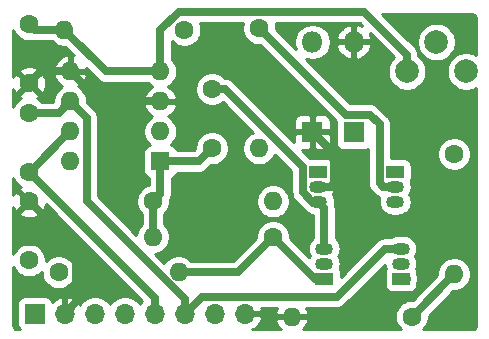
<source format=gtl>
%TF.GenerationSoftware,KiCad,Pcbnew,(5.1.8-0-10_14)*%
%TF.CreationDate,2021-06-26T19:26:30+01:00*%
%TF.ProjectId,serge-gain-cell,73657267-652d-4676-9169-6e2d63656c6c,rev?*%
%TF.SameCoordinates,Original*%
%TF.FileFunction,Copper,L1,Top*%
%TF.FilePolarity,Positive*%
%FSLAX46Y46*%
G04 Gerber Fmt 4.6, Leading zero omitted, Abs format (unit mm)*
G04 Created by KiCad (PCBNEW (5.1.8-0-10_14)) date 2021-06-26 19:26:30*
%MOMM*%
%LPD*%
G01*
G04 APERTURE LIST*
%TA.AperFunction,ComponentPad*%
%ADD10C,1.600000*%
%TD*%
%TA.AperFunction,ComponentPad*%
%ADD11O,1.600000X1.600000*%
%TD*%
%TA.AperFunction,ComponentPad*%
%ADD12R,1.800000X1.800000*%
%TD*%
%TA.AperFunction,ComponentPad*%
%ADD13O,1.800000X1.800000*%
%TD*%
%TA.AperFunction,ComponentPad*%
%ADD14O,1.700000X1.700000*%
%TD*%
%TA.AperFunction,ComponentPad*%
%ADD15R,1.700000X1.700000*%
%TD*%
%TA.AperFunction,ComponentPad*%
%ADD16O,1.500000X1.050000*%
%TD*%
%TA.AperFunction,ComponentPad*%
%ADD17R,1.500000X1.050000*%
%TD*%
%TA.AperFunction,ComponentPad*%
%ADD18C,2.000000*%
%TD*%
%TA.AperFunction,ComponentPad*%
%ADD19R,1.600000X1.600000*%
%TD*%
%TA.AperFunction,ViaPad*%
%ADD20C,0.762000*%
%TD*%
%TA.AperFunction,Conductor*%
%ADD21C,0.635000*%
%TD*%
%TA.AperFunction,Conductor*%
%ADD22C,0.254000*%
%TD*%
%TA.AperFunction,Conductor*%
%ADD23C,0.100000*%
%TD*%
G04 APERTURE END LIST*
D10*
%TO.P,R7,1*%
%TO.N,Net-(Q2-Pad2)*%
X158410000Y-79750000D03*
D11*
%TO.P,R7,2*%
%TO.N,GNDREF*%
X148250000Y-79750000D03*
%TD*%
D10*
%TO.P,C1,1*%
%TO.N,Net-(C1-Pad1)*%
X141500000Y-65500000D03*
%TO.P,C1,2*%
%TO.N,/In*%
X141500000Y-60500000D03*
%TD*%
%TO.P,C2,2*%
%TO.N,/FB*%
X126000000Y-62500000D03*
%TO.P,C2,1*%
%TO.N,/Out*%
X126000000Y-67500000D03*
%TD*%
%TO.P,C3,1*%
%TO.N,GNDREF*%
X126000000Y-70000000D03*
%TO.P,C3,2*%
%TO.N,+12V*%
X126000000Y-75000000D03*
%TD*%
%TO.P,C4,2*%
%TO.N,GNDREF*%
X126000000Y-60000000D03*
%TO.P,C4,1*%
%TO.N,-12V*%
X126000000Y-55000000D03*
%TD*%
D12*
%TO.P,D1,1*%
%TO.N,Net-(D1-Pad1)*%
X153500000Y-64120000D03*
D13*
%TO.P,D1,2*%
%TO.N,GNDREF*%
X153500000Y-56500000D03*
%TD*%
%TO.P,D2,2*%
%TO.N,Net-(D2-Pad2)*%
X150000000Y-56500000D03*
D12*
%TO.P,D2,1*%
%TO.N,GNDREF*%
X150000000Y-64120000D03*
%TD*%
D14*
%TO.P,J1,8*%
%TO.N,GNDREF*%
X144280000Y-79500000D03*
%TO.P,J1,7*%
%TO.N,/CV*%
X141740000Y-79500000D03*
%TO.P,J1,6*%
%TO.N,/FB*%
X139200000Y-79500000D03*
%TO.P,J1,5*%
%TO.N,/Out*%
X136660000Y-79500000D03*
%TO.P,J1,4*%
%TO.N,/In*%
X134120000Y-79500000D03*
%TO.P,J1,3*%
%TO.N,-12V*%
X131580000Y-79500000D03*
%TO.P,J1,2*%
%TO.N,GNDREF*%
X129040000Y-79500000D03*
D15*
%TO.P,J1,1*%
%TO.N,+12V*%
X126500000Y-79500000D03*
%TD*%
D16*
%TO.P,Q3,2*%
%TO.N,GNDREF*%
X150500000Y-68770000D03*
%TO.P,Q3,3*%
%TO.N,/In*%
X150500000Y-70040000D03*
D17*
%TO.P,Q3,1*%
%TO.N,Net-(D2-Pad2)*%
X150500000Y-67500000D03*
%TD*%
D16*
%TO.P,Q1,2*%
%TO.N,Net-(Q1-Pad2)*%
X151000000Y-75270000D03*
%TO.P,Q1,3*%
%TO.N,/In*%
X151000000Y-74000000D03*
D17*
%TO.P,Q1,1*%
%TO.N,Net-(D1-Pad1)*%
X151000000Y-76540000D03*
%TD*%
D16*
%TO.P,Q4,2*%
%TO.N,Net-(Q1-Pad2)*%
X157000000Y-68770000D03*
%TO.P,Q4,3*%
%TO.N,/FB*%
X157000000Y-70040000D03*
D17*
%TO.P,Q4,1*%
%TO.N,Net-(D2-Pad2)*%
X157000000Y-67500000D03*
%TD*%
D16*
%TO.P,Q2,2*%
%TO.N,Net-(Q2-Pad2)*%
X157500000Y-75270000D03*
%TO.P,Q2,3*%
%TO.N,/FB*%
X157500000Y-74000000D03*
D17*
%TO.P,Q2,1*%
%TO.N,Net-(D1-Pad1)*%
X157500000Y-76540000D03*
%TD*%
D10*
%TO.P,R1,1*%
%TO.N,Net-(D1-Pad1)*%
X146660000Y-73000000D03*
D11*
%TO.P,R1,2*%
%TO.N,Net-(C1-Pad1)*%
X136500000Y-73000000D03*
%TD*%
%TO.P,R2,2*%
%TO.N,Net-(D2-Pad2)*%
X146660000Y-70000000D03*
D10*
%TO.P,R2,1*%
%TO.N,Net-(C1-Pad1)*%
X136500000Y-70000000D03*
%TD*%
%TO.P,R3,1*%
%TO.N,+12V*%
X128500000Y-76000000D03*
D11*
%TO.P,R3,2*%
%TO.N,Net-(D1-Pad1)*%
X138660000Y-76000000D03*
%TD*%
%TO.P,R4,2*%
%TO.N,-12V*%
X129000000Y-55500000D03*
D10*
%TO.P,R4,1*%
%TO.N,Net-(D2-Pad2)*%
X139160000Y-55500000D03*
%TD*%
%TO.P,R5,1*%
%TO.N,Net-(Q1-Pad2)*%
X145500000Y-55340000D03*
D11*
%TO.P,R5,2*%
%TO.N,/CV*%
X145500000Y-65500000D03*
%TD*%
%TO.P,R6,2*%
%TO.N,Net-(Q2-Pad2)*%
X162000000Y-76160000D03*
D10*
%TO.P,R6,1*%
%TO.N,Net-(R6-Pad1)*%
X162000000Y-66000000D03*
%TD*%
D18*
%TO.P,RV1,2*%
%TO.N,Net-(R6-Pad1)*%
X160500000Y-56500000D03*
%TO.P,RV1,1*%
%TO.N,-12V*%
X158000000Y-59000000D03*
%TO.P,RV1,3*%
%TO.N,+12V*%
X163000000Y-59000000D03*
%TD*%
D19*
%TO.P,U1,1*%
%TO.N,Net-(C1-Pad1)*%
X137120000Y-66620000D03*
D11*
%TO.P,U1,5*%
%TO.N,GNDREF*%
X129500000Y-59000000D03*
%TO.P,U1,2*%
%TO.N,/In*%
X137120000Y-64080000D03*
%TO.P,U1,6*%
%TO.N,/FB*%
X129500000Y-61540000D03*
%TO.P,U1,3*%
%TO.N,GNDREF*%
X137120000Y-61540000D03*
%TO.P,U1,7*%
%TO.N,/Out*%
X129500000Y-64080000D03*
%TO.P,U1,4*%
%TO.N,-12V*%
X137120000Y-59000000D03*
%TO.P,U1,8*%
%TO.N,+12V*%
X129500000Y-66620000D03*
%TD*%
D20*
%TO.N,GNDREF*%
X131824001Y-61500000D03*
%TD*%
D21*
%TO.N,Net-(C1-Pad1)*%
X140380000Y-66620000D02*
X141500000Y-65500000D01*
X137120000Y-66620000D02*
X140380000Y-66620000D01*
X137500000Y-67000000D02*
X137120000Y-66620000D01*
X137120000Y-69380000D02*
X136500000Y-70000000D01*
X137120000Y-66620000D02*
X137120000Y-69380000D01*
X136500000Y-70000000D02*
X136500000Y-73000000D01*
%TO.N,/In*%
X151000000Y-70540000D02*
X150500000Y-70040000D01*
X151000000Y-74000000D02*
X151000000Y-70540000D01*
X149178490Y-67047120D02*
X149178490Y-69224189D01*
X149994301Y-70040000D02*
X150500000Y-70040000D01*
X142631370Y-60500000D02*
X149178490Y-67047120D01*
X149178490Y-69224189D02*
X149994301Y-70040000D01*
X141500000Y-60500000D02*
X142631370Y-60500000D01*
%TO.N,/FB*%
X128540000Y-62500000D02*
X129500000Y-61540000D01*
X126000000Y-62500000D02*
X128540000Y-62500000D01*
X130871501Y-69969420D02*
X139200000Y-78297919D01*
X130871501Y-62911501D02*
X130871501Y-69969420D01*
X139200000Y-78297919D02*
X139200000Y-79500000D01*
X129500000Y-61540000D02*
X130871501Y-62911501D01*
X140621501Y-78078499D02*
X139200000Y-79500000D01*
X156115000Y-74000000D02*
X157500000Y-74000000D01*
X152036501Y-78078499D02*
X156115000Y-74000000D01*
X140621501Y-78078499D02*
X152036501Y-78078499D01*
%TO.N,/Out*%
X126080000Y-67500000D02*
X129500000Y-64080000D01*
X126000000Y-67500000D02*
X126080000Y-67500000D01*
X136660000Y-78160000D02*
X136660000Y-79500000D01*
X126000000Y-67500000D02*
X136660000Y-78160000D01*
%TO.N,GNDREF*%
X137080000Y-61500000D02*
X137120000Y-61540000D01*
X131824001Y-61500000D02*
X137080000Y-61500000D01*
X131824001Y-61324001D02*
X129500000Y-59000000D01*
X131824001Y-61500000D02*
X131824001Y-61324001D01*
X127000000Y-59000000D02*
X126000000Y-60000000D01*
X129500000Y-59000000D02*
X127000000Y-59000000D01*
X126000000Y-70000000D02*
X130000000Y-74000000D01*
X130000000Y-78540000D02*
X129040000Y-79500000D01*
X130000000Y-74000000D02*
X130000000Y-78540000D01*
X150500000Y-68770000D02*
X151533702Y-68770000D01*
X151533702Y-68770000D02*
X151821501Y-68482201D01*
X151821501Y-68482201D02*
X151821501Y-65941501D01*
X151821501Y-65941501D02*
X150000000Y-64120000D01*
%TO.N,-12V*%
X132500000Y-59000000D02*
X129000000Y-55500000D01*
X137120000Y-59000000D02*
X132500000Y-59000000D01*
X126500000Y-55500000D02*
X126000000Y-55000000D01*
X129000000Y-55500000D02*
X126500000Y-55500000D01*
X158000000Y-57585787D02*
X158000000Y-59000000D01*
X154382712Y-53968499D02*
X158000000Y-57585787D01*
X138661679Y-53968499D02*
X154382712Y-53968499D01*
X137120000Y-55510178D02*
X138661679Y-53968499D01*
X137120000Y-59000000D02*
X137120000Y-55510178D01*
%TO.N,Net-(D1-Pad1)*%
X143660000Y-76000000D02*
X146660000Y-73000000D01*
X138660000Y-76000000D02*
X143660000Y-76000000D01*
X150200000Y-76540000D02*
X151000000Y-76540000D01*
X146660000Y-73000000D02*
X150200000Y-76540000D01*
X158005699Y-76540000D02*
X157500000Y-76540000D01*
%TO.N,Net-(Q2-Pad2)*%
X162000000Y-76160000D02*
X158410000Y-79750000D01*
%TO.N,Net-(Q1-Pad2)*%
X155966298Y-68770000D02*
X157000000Y-68770000D01*
X155678499Y-63469797D02*
X155678499Y-68482201D01*
X154857201Y-62648499D02*
X155678499Y-63469797D01*
X152808499Y-62648499D02*
X154857201Y-62648499D01*
X155678499Y-68482201D02*
X155966298Y-68770000D01*
X145500000Y-55340000D02*
X152808499Y-62648499D01*
%TD*%
D22*
%TO.N,GNDREF*%
X163565424Y-54169580D02*
X163628356Y-54188580D01*
X163686405Y-54219445D01*
X163737343Y-54260989D01*
X163779248Y-54311644D01*
X163810515Y-54369471D01*
X163829956Y-54432272D01*
X163840000Y-54527835D01*
X163840000Y-57594873D01*
X163774463Y-57551082D01*
X163476912Y-57427832D01*
X163161033Y-57365000D01*
X162838967Y-57365000D01*
X162523088Y-57427832D01*
X162225537Y-57551082D01*
X161957748Y-57730013D01*
X161730013Y-57957748D01*
X161551082Y-58225537D01*
X161427832Y-58523088D01*
X161365000Y-58838967D01*
X161365000Y-59161033D01*
X161427832Y-59476912D01*
X161551082Y-59774463D01*
X161730013Y-60042252D01*
X161957748Y-60269987D01*
X162225537Y-60448918D01*
X162523088Y-60572168D01*
X162838967Y-60635000D01*
X163161033Y-60635000D01*
X163476912Y-60572168D01*
X163774463Y-60448918D01*
X163840000Y-60405127D01*
X163840001Y-80467711D01*
X163830420Y-80565424D01*
X163811420Y-80628357D01*
X163780554Y-80686406D01*
X163739011Y-80737343D01*
X163688356Y-80779248D01*
X163630529Y-80810515D01*
X163567728Y-80829956D01*
X163472165Y-80840000D01*
X159349396Y-80840000D01*
X159524637Y-80664759D01*
X159681680Y-80429727D01*
X159789853Y-80168574D01*
X159845000Y-79891335D01*
X159845000Y-79662038D01*
X161912038Y-77595000D01*
X162141335Y-77595000D01*
X162418574Y-77539853D01*
X162679727Y-77431680D01*
X162914759Y-77274637D01*
X163114637Y-77074759D01*
X163271680Y-76839727D01*
X163379853Y-76578574D01*
X163435000Y-76301335D01*
X163435000Y-76018665D01*
X163379853Y-75741426D01*
X163271680Y-75480273D01*
X163114637Y-75245241D01*
X162914759Y-75045363D01*
X162679727Y-74888320D01*
X162418574Y-74780147D01*
X162141335Y-74725000D01*
X161858665Y-74725000D01*
X161581426Y-74780147D01*
X161320273Y-74888320D01*
X161085241Y-75045363D01*
X160885363Y-75245241D01*
X160728320Y-75480273D01*
X160620147Y-75741426D01*
X160565000Y-76018665D01*
X160565000Y-76247962D01*
X158497962Y-78315000D01*
X158268665Y-78315000D01*
X157991426Y-78370147D01*
X157730273Y-78478320D01*
X157495241Y-78635363D01*
X157295363Y-78835241D01*
X157138320Y-79070273D01*
X157030147Y-79331426D01*
X156975000Y-79608665D01*
X156975000Y-79891335D01*
X157030147Y-80168574D01*
X157138320Y-80429727D01*
X157295363Y-80664759D01*
X157470604Y-80840000D01*
X149173926Y-80840000D01*
X149313519Y-80713414D01*
X149481037Y-80487420D01*
X149601246Y-80233087D01*
X149641904Y-80099039D01*
X149519915Y-79877000D01*
X148377000Y-79877000D01*
X148377000Y-79897000D01*
X148123000Y-79897000D01*
X148123000Y-79877000D01*
X146980085Y-79877000D01*
X146858096Y-80099039D01*
X146898754Y-80233087D01*
X147018963Y-80487420D01*
X147186481Y-80713414D01*
X147326074Y-80840000D01*
X144903402Y-80840000D01*
X145046920Y-80771641D01*
X145280269Y-80597588D01*
X145475178Y-80381355D01*
X145624157Y-80131252D01*
X145721481Y-79856891D01*
X145600814Y-79627000D01*
X144407000Y-79627000D01*
X144407000Y-79647000D01*
X144153000Y-79647000D01*
X144153000Y-79627000D01*
X144133000Y-79627000D01*
X144133000Y-79373000D01*
X144153000Y-79373000D01*
X144153000Y-79353000D01*
X144407000Y-79353000D01*
X144407000Y-79373000D01*
X145600814Y-79373000D01*
X145721481Y-79143109D01*
X145681712Y-79030999D01*
X147010257Y-79030999D01*
X146898754Y-79266913D01*
X146858096Y-79400961D01*
X146980085Y-79623000D01*
X148123000Y-79623000D01*
X148123000Y-79603000D01*
X148377000Y-79603000D01*
X148377000Y-79623000D01*
X149519915Y-79623000D01*
X149641904Y-79400961D01*
X149601246Y-79266913D01*
X149489743Y-79030999D01*
X151989716Y-79030999D01*
X152036501Y-79035607D01*
X152083286Y-79030999D01*
X152223224Y-79017216D01*
X152402770Y-78962751D01*
X152568242Y-78874305D01*
X152713279Y-78755277D01*
X152743108Y-78718930D01*
X156116798Y-75345240D01*
X156131785Y-75497400D01*
X156195093Y-75706098D01*
X156160498Y-75770820D01*
X156124188Y-75890518D01*
X156111928Y-76015000D01*
X156111928Y-77065000D01*
X156124188Y-77189482D01*
X156160498Y-77309180D01*
X156219463Y-77419494D01*
X156298815Y-77516185D01*
X156395506Y-77595537D01*
X156505820Y-77654502D01*
X156625518Y-77690812D01*
X156750000Y-77703072D01*
X158250000Y-77703072D01*
X158374482Y-77690812D01*
X158494180Y-77654502D01*
X158604494Y-77595537D01*
X158701185Y-77516185D01*
X158780537Y-77419494D01*
X158839502Y-77309180D01*
X158875812Y-77189482D01*
X158888072Y-77065000D01*
X158888072Y-76909784D01*
X158889951Y-76906269D01*
X158944416Y-76726723D01*
X158962807Y-76540000D01*
X158944416Y-76353277D01*
X158889951Y-76173731D01*
X158888072Y-76170216D01*
X158888072Y-76015000D01*
X158875812Y-75890518D01*
X158839502Y-75770820D01*
X158804907Y-75706098D01*
X158868215Y-75497400D01*
X158890612Y-75270000D01*
X158868215Y-75042600D01*
X158801885Y-74823940D01*
X158700895Y-74635000D01*
X158801885Y-74446060D01*
X158868215Y-74227400D01*
X158890612Y-74000000D01*
X158868215Y-73772600D01*
X158801885Y-73553940D01*
X158694171Y-73352421D01*
X158549212Y-73175788D01*
X158372579Y-73030829D01*
X158171060Y-72923115D01*
X157952400Y-72856785D01*
X157781979Y-72840000D01*
X157218021Y-72840000D01*
X157047600Y-72856785D01*
X156828940Y-72923115D01*
X156627421Y-73030829D01*
X156607107Y-73047500D01*
X156161785Y-73047500D01*
X156115000Y-73042892D01*
X156068215Y-73047500D01*
X155928277Y-73061283D01*
X155838504Y-73088515D01*
X155748730Y-73115748D01*
X155665995Y-73159971D01*
X155583259Y-73204194D01*
X155438222Y-73323222D01*
X155408393Y-73359569D01*
X152388072Y-76379890D01*
X152388072Y-76015000D01*
X152375812Y-75890518D01*
X152339502Y-75770820D01*
X152304907Y-75706098D01*
X152368215Y-75497400D01*
X152390612Y-75270000D01*
X152368215Y-75042600D01*
X152301885Y-74823940D01*
X152200895Y-74635000D01*
X152301885Y-74446060D01*
X152368215Y-74227400D01*
X152390612Y-74000000D01*
X152368215Y-73772600D01*
X152301885Y-73553940D01*
X152194171Y-73352421D01*
X152049212Y-73175788D01*
X151952500Y-73096418D01*
X151952500Y-70586785D01*
X151957108Y-70540000D01*
X151938717Y-70353278D01*
X151933382Y-70335689D01*
X151886034Y-70179605D01*
X151884252Y-70173730D01*
X151878501Y-70162970D01*
X151890612Y-70040000D01*
X151868215Y-69812600D01*
X151801885Y-69593940D01*
X151701071Y-69405331D01*
X151742275Y-69346882D01*
X151835272Y-69137337D01*
X151843964Y-69075810D01*
X151718163Y-68897000D01*
X150953109Y-68897000D01*
X150952400Y-68896785D01*
X150781979Y-68880000D01*
X150353000Y-68880000D01*
X150353000Y-68663072D01*
X151250000Y-68663072D01*
X151374482Y-68650812D01*
X151400235Y-68643000D01*
X151718163Y-68643000D01*
X151843964Y-68464190D01*
X151835272Y-68402663D01*
X151804824Y-68334057D01*
X151839502Y-68269180D01*
X151875812Y-68149482D01*
X151888072Y-68025000D01*
X151888072Y-66975000D01*
X151875812Y-66850518D01*
X151839502Y-66730820D01*
X151780537Y-66620506D01*
X151701185Y-66523815D01*
X151604494Y-66444463D01*
X151494180Y-66385498D01*
X151374482Y-66349188D01*
X151250000Y-66336928D01*
X149815337Y-66336928D01*
X149136299Y-65657890D01*
X149714250Y-65655000D01*
X149873000Y-65496250D01*
X149873000Y-64247000D01*
X150127000Y-64247000D01*
X150127000Y-65496250D01*
X150285750Y-65655000D01*
X150900000Y-65658072D01*
X151024482Y-65645812D01*
X151144180Y-65609502D01*
X151254494Y-65550537D01*
X151351185Y-65471185D01*
X151430537Y-65374494D01*
X151489502Y-65264180D01*
X151525812Y-65144482D01*
X151538072Y-65020000D01*
X151535000Y-64405750D01*
X151376250Y-64247000D01*
X150127000Y-64247000D01*
X149873000Y-64247000D01*
X148623750Y-64247000D01*
X148465000Y-64405750D01*
X148462110Y-64983701D01*
X146698409Y-63220000D01*
X148461928Y-63220000D01*
X148465000Y-63834250D01*
X148623750Y-63993000D01*
X149873000Y-63993000D01*
X149873000Y-62743750D01*
X150127000Y-62743750D01*
X150127000Y-63993000D01*
X151376250Y-63993000D01*
X151535000Y-63834250D01*
X151538072Y-63220000D01*
X151525812Y-63095518D01*
X151489502Y-62975820D01*
X151430537Y-62865506D01*
X151351185Y-62768815D01*
X151254494Y-62689463D01*
X151144180Y-62630498D01*
X151024482Y-62594188D01*
X150900000Y-62581928D01*
X150285750Y-62585000D01*
X150127000Y-62743750D01*
X149873000Y-62743750D01*
X149714250Y-62585000D01*
X149100000Y-62581928D01*
X148975518Y-62594188D01*
X148855820Y-62630498D01*
X148745506Y-62689463D01*
X148648815Y-62768815D01*
X148569463Y-62865506D01*
X148510498Y-62975820D01*
X148474188Y-63095518D01*
X148461928Y-63220000D01*
X146698409Y-63220000D01*
X143337977Y-59859569D01*
X143308148Y-59823222D01*
X143163111Y-59704194D01*
X142997639Y-59615748D01*
X142818093Y-59561283D01*
X142678155Y-59547500D01*
X142631370Y-59542892D01*
X142584585Y-59547500D01*
X142576896Y-59547500D01*
X142414759Y-59385363D01*
X142179727Y-59228320D01*
X141918574Y-59120147D01*
X141641335Y-59065000D01*
X141358665Y-59065000D01*
X141081426Y-59120147D01*
X140820273Y-59228320D01*
X140585241Y-59385363D01*
X140385363Y-59585241D01*
X140228320Y-59820273D01*
X140120147Y-60081426D01*
X140065000Y-60358665D01*
X140065000Y-60641335D01*
X140120147Y-60918574D01*
X140228320Y-61179727D01*
X140385363Y-61414759D01*
X140585241Y-61614637D01*
X140820273Y-61771680D01*
X141081426Y-61879853D01*
X141358665Y-61935000D01*
X141641335Y-61935000D01*
X141918574Y-61879853D01*
X142179727Y-61771680D01*
X142405294Y-61620962D01*
X144956305Y-64171974D01*
X144820273Y-64228320D01*
X144585241Y-64385363D01*
X144385363Y-64585241D01*
X144228320Y-64820273D01*
X144120147Y-65081426D01*
X144065000Y-65358665D01*
X144065000Y-65641335D01*
X144120147Y-65918574D01*
X144228320Y-66179727D01*
X144385363Y-66414759D01*
X144585241Y-66614637D01*
X144820273Y-66771680D01*
X145081426Y-66879853D01*
X145358665Y-66935000D01*
X145641335Y-66935000D01*
X145918574Y-66879853D01*
X146179727Y-66771680D01*
X146414759Y-66614637D01*
X146614637Y-66414759D01*
X146771680Y-66179727D01*
X146828026Y-66043695D01*
X148225990Y-67441659D01*
X148225991Y-69177395D01*
X148221382Y-69224189D01*
X148239773Y-69410911D01*
X148294239Y-69590458D01*
X148377522Y-69746270D01*
X148382685Y-69755930D01*
X148501713Y-69900967D01*
X148538054Y-69930791D01*
X149287698Y-70680436D01*
X149317523Y-70716778D01*
X149355101Y-70747618D01*
X149450788Y-70864212D01*
X149627421Y-71009171D01*
X149828940Y-71116885D01*
X150047501Y-71183185D01*
X150047500Y-73096418D01*
X149950788Y-73175788D01*
X149805829Y-73352421D01*
X149698115Y-73553940D01*
X149631785Y-73772600D01*
X149609388Y-74000000D01*
X149631785Y-74227400D01*
X149698115Y-74446060D01*
X149799105Y-74635000D01*
X149744395Y-74737356D01*
X148095000Y-73087962D01*
X148095000Y-72858665D01*
X148039853Y-72581426D01*
X147931680Y-72320273D01*
X147774637Y-72085241D01*
X147574759Y-71885363D01*
X147339727Y-71728320D01*
X147078574Y-71620147D01*
X146801335Y-71565000D01*
X146518665Y-71565000D01*
X146241426Y-71620147D01*
X145980273Y-71728320D01*
X145745241Y-71885363D01*
X145545363Y-72085241D01*
X145388320Y-72320273D01*
X145280147Y-72581426D01*
X145225000Y-72858665D01*
X145225000Y-73087962D01*
X143265462Y-75047500D01*
X139736896Y-75047500D01*
X139574759Y-74885363D01*
X139339727Y-74728320D01*
X139078574Y-74620147D01*
X138801335Y-74565000D01*
X138518665Y-74565000D01*
X138241426Y-74620147D01*
X137980273Y-74728320D01*
X137745241Y-74885363D01*
X137545363Y-75085241D01*
X137460847Y-75211728D01*
X136677021Y-74427901D01*
X136918574Y-74379853D01*
X137179727Y-74271680D01*
X137414759Y-74114637D01*
X137614637Y-73914759D01*
X137771680Y-73679727D01*
X137879853Y-73418574D01*
X137935000Y-73141335D01*
X137935000Y-72858665D01*
X137879853Y-72581426D01*
X137771680Y-72320273D01*
X137614637Y-72085241D01*
X137452500Y-71923104D01*
X137452500Y-71076896D01*
X137614637Y-70914759D01*
X137771680Y-70679727D01*
X137879853Y-70418574D01*
X137935000Y-70141335D01*
X137935000Y-69875831D01*
X137944175Y-69858665D01*
X145225000Y-69858665D01*
X145225000Y-70141335D01*
X145280147Y-70418574D01*
X145388320Y-70679727D01*
X145545363Y-70914759D01*
X145745241Y-71114637D01*
X145980273Y-71271680D01*
X146241426Y-71379853D01*
X146518665Y-71435000D01*
X146801335Y-71435000D01*
X147078574Y-71379853D01*
X147339727Y-71271680D01*
X147574759Y-71114637D01*
X147774637Y-70914759D01*
X147931680Y-70679727D01*
X148039853Y-70418574D01*
X148095000Y-70141335D01*
X148095000Y-69858665D01*
X148039853Y-69581426D01*
X147931680Y-69320273D01*
X147774637Y-69085241D01*
X147574759Y-68885363D01*
X147339727Y-68728320D01*
X147078574Y-68620147D01*
X146801335Y-68565000D01*
X146518665Y-68565000D01*
X146241426Y-68620147D01*
X145980273Y-68728320D01*
X145745241Y-68885363D01*
X145545363Y-69085241D01*
X145388320Y-69320273D01*
X145280147Y-69581426D01*
X145225000Y-69858665D01*
X137944175Y-69858665D01*
X138004252Y-69746269D01*
X138058717Y-69566723D01*
X138070531Y-69446777D01*
X138077108Y-69380001D01*
X138072500Y-69333216D01*
X138072500Y-68037313D01*
X138164180Y-68009502D01*
X138274494Y-67950537D01*
X138371185Y-67871185D01*
X138450537Y-67774494D01*
X138509502Y-67664180D01*
X138537313Y-67572500D01*
X140333215Y-67572500D01*
X140380000Y-67577108D01*
X140426785Y-67572500D01*
X140566723Y-67558717D01*
X140746269Y-67504252D01*
X140911741Y-67415806D01*
X141056778Y-67296778D01*
X141086607Y-67260431D01*
X141412038Y-66935000D01*
X141641335Y-66935000D01*
X141918574Y-66879853D01*
X142179727Y-66771680D01*
X142414759Y-66614637D01*
X142614637Y-66414759D01*
X142771680Y-66179727D01*
X142879853Y-65918574D01*
X142935000Y-65641335D01*
X142935000Y-65358665D01*
X142879853Y-65081426D01*
X142771680Y-64820273D01*
X142614637Y-64585241D01*
X142414759Y-64385363D01*
X142179727Y-64228320D01*
X141918574Y-64120147D01*
X141641335Y-64065000D01*
X141358665Y-64065000D01*
X141081426Y-64120147D01*
X140820273Y-64228320D01*
X140585241Y-64385363D01*
X140385363Y-64585241D01*
X140228320Y-64820273D01*
X140120147Y-65081426D01*
X140065000Y-65358665D01*
X140065000Y-65587962D01*
X139985462Y-65667500D01*
X138537313Y-65667500D01*
X138509502Y-65575820D01*
X138450537Y-65465506D01*
X138371185Y-65368815D01*
X138274494Y-65289463D01*
X138164180Y-65230498D01*
X138044482Y-65194188D01*
X138036039Y-65193357D01*
X138234637Y-64994759D01*
X138391680Y-64759727D01*
X138499853Y-64498574D01*
X138555000Y-64221335D01*
X138555000Y-63938665D01*
X138499853Y-63661426D01*
X138391680Y-63400273D01*
X138234637Y-63165241D01*
X138034759Y-62965363D01*
X137799727Y-62808320D01*
X137789135Y-62803933D01*
X137975131Y-62692385D01*
X138183519Y-62503414D01*
X138351037Y-62277420D01*
X138471246Y-62023087D01*
X138511904Y-61889039D01*
X138389915Y-61667000D01*
X137247000Y-61667000D01*
X137247000Y-61687000D01*
X136993000Y-61687000D01*
X136993000Y-61667000D01*
X135850085Y-61667000D01*
X135728096Y-61889039D01*
X135768754Y-62023087D01*
X135888963Y-62277420D01*
X136056481Y-62503414D01*
X136264869Y-62692385D01*
X136450865Y-62803933D01*
X136440273Y-62808320D01*
X136205241Y-62965363D01*
X136005363Y-63165241D01*
X135848320Y-63400273D01*
X135740147Y-63661426D01*
X135685000Y-63938665D01*
X135685000Y-64221335D01*
X135740147Y-64498574D01*
X135848320Y-64759727D01*
X136005363Y-64994759D01*
X136203961Y-65193357D01*
X136195518Y-65194188D01*
X136075820Y-65230498D01*
X135965506Y-65289463D01*
X135868815Y-65368815D01*
X135789463Y-65465506D01*
X135730498Y-65575820D01*
X135694188Y-65695518D01*
X135681928Y-65820000D01*
X135681928Y-67420000D01*
X135694188Y-67544482D01*
X135730498Y-67664180D01*
X135789463Y-67774494D01*
X135868815Y-67871185D01*
X135965506Y-67950537D01*
X136075820Y-68009502D01*
X136167501Y-68037313D01*
X136167501Y-68603025D01*
X136081426Y-68620147D01*
X135820273Y-68728320D01*
X135585241Y-68885363D01*
X135385363Y-69085241D01*
X135228320Y-69320273D01*
X135120147Y-69581426D01*
X135065000Y-69858665D01*
X135065000Y-70141335D01*
X135120147Y-70418574D01*
X135228320Y-70679727D01*
X135385363Y-70914759D01*
X135547500Y-71076896D01*
X135547501Y-71923103D01*
X135385363Y-72085241D01*
X135228320Y-72320273D01*
X135120147Y-72581426D01*
X135072098Y-72822979D01*
X131824001Y-69574882D01*
X131824001Y-62958285D01*
X131828609Y-62911500D01*
X131810218Y-62724778D01*
X131787079Y-62648499D01*
X131755753Y-62545232D01*
X131667307Y-62379760D01*
X131548279Y-62234723D01*
X131511932Y-62204894D01*
X130935000Y-61627962D01*
X130935000Y-61398665D01*
X130879853Y-61121426D01*
X130771680Y-60860273D01*
X130614637Y-60625241D01*
X130414759Y-60425363D01*
X130179727Y-60268320D01*
X130169135Y-60263933D01*
X130355131Y-60152385D01*
X130563519Y-59963414D01*
X130731037Y-59737420D01*
X130851246Y-59483087D01*
X130891904Y-59349039D01*
X130769915Y-59127000D01*
X129627000Y-59127000D01*
X129627000Y-59147000D01*
X129373000Y-59147000D01*
X129373000Y-59127000D01*
X128230085Y-59127000D01*
X128108096Y-59349039D01*
X128148754Y-59483087D01*
X128268963Y-59737420D01*
X128436481Y-59963414D01*
X128644869Y-60152385D01*
X128830865Y-60263933D01*
X128820273Y-60268320D01*
X128585241Y-60425363D01*
X128385363Y-60625241D01*
X128228320Y-60860273D01*
X128120147Y-61121426D01*
X128065000Y-61398665D01*
X128065000Y-61547500D01*
X127076896Y-61547500D01*
X126914759Y-61385363D01*
X126714131Y-61251308D01*
X126741514Y-61236671D01*
X126813097Y-60992702D01*
X126000000Y-60179605D01*
X125186903Y-60992702D01*
X125258486Y-61236671D01*
X125287341Y-61250324D01*
X125085241Y-61385363D01*
X124885363Y-61585241D01*
X124728320Y-61820273D01*
X124660000Y-61985212D01*
X124660000Y-60514515D01*
X124696397Y-60616292D01*
X124763329Y-60741514D01*
X125007298Y-60813097D01*
X125820395Y-60000000D01*
X126179605Y-60000000D01*
X126992702Y-60813097D01*
X127236671Y-60741514D01*
X127357571Y-60486004D01*
X127426300Y-60211816D01*
X127440217Y-59929488D01*
X127398787Y-59649870D01*
X127303603Y-59383708D01*
X127236671Y-59258486D01*
X126992702Y-59186903D01*
X126179605Y-60000000D01*
X125820395Y-60000000D01*
X125007298Y-59186903D01*
X124763329Y-59258486D01*
X124660000Y-59476861D01*
X124660000Y-59007298D01*
X125186903Y-59007298D01*
X126000000Y-59820395D01*
X126813097Y-59007298D01*
X126741514Y-58763329D01*
X126504036Y-58650961D01*
X128108096Y-58650961D01*
X128230085Y-58873000D01*
X129373000Y-58873000D01*
X129373000Y-57729376D01*
X129150960Y-57608091D01*
X128886119Y-57702930D01*
X128644869Y-57847615D01*
X128436481Y-58036586D01*
X128268963Y-58262580D01*
X128148754Y-58516913D01*
X128108096Y-58650961D01*
X126504036Y-58650961D01*
X126486004Y-58642429D01*
X126211816Y-58573700D01*
X125929488Y-58559783D01*
X125649870Y-58601213D01*
X125383708Y-58696397D01*
X125258486Y-58763329D01*
X125186903Y-59007298D01*
X124660000Y-59007298D01*
X124660000Y-55514788D01*
X124728320Y-55679727D01*
X124885363Y-55914759D01*
X125085241Y-56114637D01*
X125320273Y-56271680D01*
X125581426Y-56379853D01*
X125858665Y-56435000D01*
X126141335Y-56435000D01*
X126237781Y-56415815D01*
X126313277Y-56438717D01*
X126453215Y-56452500D01*
X126500000Y-56457108D01*
X126546785Y-56452500D01*
X127923104Y-56452500D01*
X128085241Y-56614637D01*
X128320273Y-56771680D01*
X128581426Y-56879853D01*
X128858665Y-56935000D01*
X129087962Y-56935000D01*
X129792136Y-57639174D01*
X129627000Y-57729376D01*
X129627000Y-58873000D01*
X130769915Y-58873000D01*
X130860707Y-58707745D01*
X131793393Y-59640431D01*
X131823222Y-59676778D01*
X131968259Y-59795806D01*
X132133731Y-59884252D01*
X132313277Y-59938717D01*
X132499999Y-59957108D01*
X132546784Y-59952500D01*
X136043104Y-59952500D01*
X136205241Y-60114637D01*
X136440273Y-60271680D01*
X136450865Y-60276067D01*
X136264869Y-60387615D01*
X136056481Y-60576586D01*
X135888963Y-60802580D01*
X135768754Y-61056913D01*
X135728096Y-61190961D01*
X135850085Y-61413000D01*
X136993000Y-61413000D01*
X136993000Y-61393000D01*
X137247000Y-61393000D01*
X137247000Y-61413000D01*
X138389915Y-61413000D01*
X138511904Y-61190961D01*
X138471246Y-61056913D01*
X138351037Y-60802580D01*
X138183519Y-60576586D01*
X137975131Y-60387615D01*
X137789135Y-60276067D01*
X137799727Y-60271680D01*
X138034759Y-60114637D01*
X138234637Y-59914759D01*
X138391680Y-59679727D01*
X138499853Y-59418574D01*
X138555000Y-59141335D01*
X138555000Y-58858665D01*
X138499853Y-58581426D01*
X138391680Y-58320273D01*
X138234637Y-58085241D01*
X138072500Y-57923104D01*
X138072500Y-56441896D01*
X138245241Y-56614637D01*
X138480273Y-56771680D01*
X138741426Y-56879853D01*
X139018665Y-56935000D01*
X139301335Y-56935000D01*
X139578574Y-56879853D01*
X139839727Y-56771680D01*
X140074759Y-56614637D01*
X140274637Y-56414759D01*
X140431680Y-56179727D01*
X140539853Y-55918574D01*
X140595000Y-55641335D01*
X140595000Y-55358665D01*
X140539853Y-55081426D01*
X140473402Y-54920999D01*
X144120324Y-54920999D01*
X144120147Y-54921426D01*
X144065000Y-55198665D01*
X144065000Y-55481335D01*
X144120147Y-55758574D01*
X144228320Y-56019727D01*
X144385363Y-56254759D01*
X144585241Y-56454637D01*
X144820273Y-56611680D01*
X145081426Y-56719853D01*
X145358665Y-56775000D01*
X145587962Y-56775000D01*
X151968297Y-63155335D01*
X151961928Y-63220000D01*
X151961928Y-65020000D01*
X151974188Y-65144482D01*
X152010498Y-65264180D01*
X152069463Y-65374494D01*
X152148815Y-65471185D01*
X152245506Y-65550537D01*
X152355820Y-65609502D01*
X152475518Y-65645812D01*
X152600000Y-65658072D01*
X154400000Y-65658072D01*
X154524482Y-65645812D01*
X154644180Y-65609502D01*
X154725999Y-65565768D01*
X154726000Y-68435406D01*
X154721391Y-68482201D01*
X154739782Y-68668923D01*
X154794248Y-68848470D01*
X154881823Y-69012312D01*
X154882694Y-69013942D01*
X155001722Y-69158979D01*
X155038064Y-69188804D01*
X155259691Y-69410431D01*
X155289520Y-69446778D01*
X155434557Y-69565806D01*
X155600029Y-69654252D01*
X155673096Y-69676417D01*
X155631785Y-69812600D01*
X155609388Y-70040000D01*
X155631785Y-70267400D01*
X155698115Y-70486060D01*
X155805829Y-70687579D01*
X155950788Y-70864212D01*
X156127421Y-71009171D01*
X156328940Y-71116885D01*
X156547600Y-71183215D01*
X156718021Y-71200000D01*
X157281979Y-71200000D01*
X157452400Y-71183215D01*
X157671060Y-71116885D01*
X157872579Y-71009171D01*
X158049212Y-70864212D01*
X158194171Y-70687579D01*
X158301885Y-70486060D01*
X158368215Y-70267400D01*
X158390612Y-70040000D01*
X158368215Y-69812600D01*
X158301885Y-69593940D01*
X158200895Y-69405000D01*
X158301885Y-69216060D01*
X158368215Y-68997400D01*
X158390612Y-68770000D01*
X158368215Y-68542600D01*
X158304907Y-68333902D01*
X158339502Y-68269180D01*
X158375812Y-68149482D01*
X158388072Y-68025000D01*
X158388072Y-66975000D01*
X158375812Y-66850518D01*
X158339502Y-66730820D01*
X158280537Y-66620506D01*
X158201185Y-66523815D01*
X158104494Y-66444463D01*
X157994180Y-66385498D01*
X157874482Y-66349188D01*
X157750000Y-66336928D01*
X156630999Y-66336928D01*
X156630999Y-65858665D01*
X160565000Y-65858665D01*
X160565000Y-66141335D01*
X160620147Y-66418574D01*
X160728320Y-66679727D01*
X160885363Y-66914759D01*
X161085241Y-67114637D01*
X161320273Y-67271680D01*
X161581426Y-67379853D01*
X161858665Y-67435000D01*
X162141335Y-67435000D01*
X162418574Y-67379853D01*
X162679727Y-67271680D01*
X162914759Y-67114637D01*
X163114637Y-66914759D01*
X163271680Y-66679727D01*
X163379853Y-66418574D01*
X163435000Y-66141335D01*
X163435000Y-65858665D01*
X163379853Y-65581426D01*
X163271680Y-65320273D01*
X163114637Y-65085241D01*
X162914759Y-64885363D01*
X162679727Y-64728320D01*
X162418574Y-64620147D01*
X162141335Y-64565000D01*
X161858665Y-64565000D01*
X161581426Y-64620147D01*
X161320273Y-64728320D01*
X161085241Y-64885363D01*
X160885363Y-65085241D01*
X160728320Y-65320273D01*
X160620147Y-65581426D01*
X160565000Y-65858665D01*
X156630999Y-65858665D01*
X156630999Y-63516582D01*
X156635607Y-63469797D01*
X156627181Y-63384251D01*
X156617216Y-63283074D01*
X156589983Y-63193301D01*
X156562751Y-63103527D01*
X156494052Y-62975000D01*
X156474305Y-62938056D01*
X156355277Y-62793019D01*
X156318935Y-62763194D01*
X155563808Y-62008068D01*
X155533979Y-61971721D01*
X155388942Y-61852693D01*
X155223470Y-61764247D01*
X155043924Y-61709782D01*
X154903986Y-61695999D01*
X154857201Y-61691391D01*
X154810416Y-61695999D01*
X153203037Y-61695999D01*
X149434111Y-57927073D01*
X149552257Y-57976011D01*
X149848816Y-58035000D01*
X150151184Y-58035000D01*
X150447743Y-57976011D01*
X150727095Y-57860299D01*
X150978505Y-57692312D01*
X151192312Y-57478505D01*
X151360299Y-57227095D01*
X151476011Y-56947743D01*
X151492521Y-56864741D01*
X152008959Y-56864741D01*
X152108766Y-57148620D01*
X152262038Y-57407573D01*
X152462884Y-57631649D01*
X152703586Y-57812236D01*
X152974893Y-57942394D01*
X153135260Y-57991036D01*
X153373000Y-57870378D01*
X153373000Y-56627000D01*
X153627000Y-56627000D01*
X153627000Y-57870378D01*
X153864740Y-57991036D01*
X154025107Y-57942394D01*
X154296414Y-57812236D01*
X154537116Y-57631649D01*
X154737962Y-57407573D01*
X154891234Y-57148620D01*
X154991041Y-56864741D01*
X154870992Y-56627000D01*
X153627000Y-56627000D01*
X153373000Y-56627000D01*
X152129008Y-56627000D01*
X152008959Y-56864741D01*
X151492521Y-56864741D01*
X151535000Y-56651184D01*
X151535000Y-56348816D01*
X151492522Y-56135259D01*
X152008959Y-56135259D01*
X152129008Y-56373000D01*
X153373000Y-56373000D01*
X153373000Y-55129622D01*
X153135260Y-55008964D01*
X152974893Y-55057606D01*
X152703586Y-55187764D01*
X152462884Y-55368351D01*
X152262038Y-55592427D01*
X152108766Y-55851380D01*
X152008959Y-56135259D01*
X151492522Y-56135259D01*
X151476011Y-56052257D01*
X151360299Y-55772905D01*
X151192312Y-55521495D01*
X150978505Y-55307688D01*
X150727095Y-55139701D01*
X150447743Y-55023989D01*
X150151184Y-54965000D01*
X149848816Y-54965000D01*
X149552257Y-55023989D01*
X149272905Y-55139701D01*
X149021495Y-55307688D01*
X148807688Y-55521495D01*
X148639701Y-55772905D01*
X148523989Y-56052257D01*
X148465000Y-56348816D01*
X148465000Y-56651184D01*
X148523989Y-56947743D01*
X148572927Y-57065889D01*
X146935000Y-55427962D01*
X146935000Y-55198665D01*
X146879853Y-54921426D01*
X146879676Y-54920999D01*
X153988174Y-54920999D01*
X154216693Y-55149518D01*
X154025107Y-55057606D01*
X153864740Y-55008964D01*
X153627000Y-55129622D01*
X153627000Y-56373000D01*
X154870992Y-56373000D01*
X154991041Y-56135259D01*
X154891234Y-55851380D01*
X154851610Y-55784435D01*
X156877468Y-57810293D01*
X156730013Y-57957748D01*
X156551082Y-58225537D01*
X156427832Y-58523088D01*
X156365000Y-58838967D01*
X156365000Y-59161033D01*
X156427832Y-59476912D01*
X156551082Y-59774463D01*
X156730013Y-60042252D01*
X156957748Y-60269987D01*
X157225537Y-60448918D01*
X157523088Y-60572168D01*
X157838967Y-60635000D01*
X158161033Y-60635000D01*
X158476912Y-60572168D01*
X158774463Y-60448918D01*
X159042252Y-60269987D01*
X159269987Y-60042252D01*
X159448918Y-59774463D01*
X159572168Y-59476912D01*
X159635000Y-59161033D01*
X159635000Y-58838967D01*
X159572168Y-58523088D01*
X159448918Y-58225537D01*
X159269987Y-57957748D01*
X159042252Y-57730013D01*
X158952500Y-57670043D01*
X158952500Y-57632572D01*
X158957108Y-57585787D01*
X158938717Y-57399065D01*
X158884252Y-57219517D01*
X158840029Y-57136782D01*
X158795806Y-57054046D01*
X158676778Y-56909009D01*
X158640436Y-56879184D01*
X158100219Y-56338967D01*
X158865000Y-56338967D01*
X158865000Y-56661033D01*
X158927832Y-56976912D01*
X159051082Y-57274463D01*
X159230013Y-57542252D01*
X159457748Y-57769987D01*
X159725537Y-57948918D01*
X160023088Y-58072168D01*
X160338967Y-58135000D01*
X160661033Y-58135000D01*
X160976912Y-58072168D01*
X161274463Y-57948918D01*
X161542252Y-57769987D01*
X161769987Y-57542252D01*
X161948918Y-57274463D01*
X162072168Y-56976912D01*
X162135000Y-56661033D01*
X162135000Y-56338967D01*
X162072168Y-56023088D01*
X161948918Y-55725537D01*
X161769987Y-55457748D01*
X161542252Y-55230013D01*
X161274463Y-55051082D01*
X160976912Y-54927832D01*
X160661033Y-54865000D01*
X160338967Y-54865000D01*
X160023088Y-54927832D01*
X159725537Y-55051082D01*
X159457748Y-55230013D01*
X159230013Y-55457748D01*
X159051082Y-55725537D01*
X158927832Y-56023088D01*
X158865000Y-56338967D01*
X158100219Y-56338967D01*
X155921251Y-54160000D01*
X163467721Y-54160000D01*
X163565424Y-54169580D01*
%TA.AperFunction,Conductor*%
D23*
G36*
X163565424Y-54169580D02*
G01*
X163628356Y-54188580D01*
X163686405Y-54219445D01*
X163737343Y-54260989D01*
X163779248Y-54311644D01*
X163810515Y-54369471D01*
X163829956Y-54432272D01*
X163840000Y-54527835D01*
X163840000Y-57594873D01*
X163774463Y-57551082D01*
X163476912Y-57427832D01*
X163161033Y-57365000D01*
X162838967Y-57365000D01*
X162523088Y-57427832D01*
X162225537Y-57551082D01*
X161957748Y-57730013D01*
X161730013Y-57957748D01*
X161551082Y-58225537D01*
X161427832Y-58523088D01*
X161365000Y-58838967D01*
X161365000Y-59161033D01*
X161427832Y-59476912D01*
X161551082Y-59774463D01*
X161730013Y-60042252D01*
X161957748Y-60269987D01*
X162225537Y-60448918D01*
X162523088Y-60572168D01*
X162838967Y-60635000D01*
X163161033Y-60635000D01*
X163476912Y-60572168D01*
X163774463Y-60448918D01*
X163840000Y-60405127D01*
X163840001Y-80467711D01*
X163830420Y-80565424D01*
X163811420Y-80628357D01*
X163780554Y-80686406D01*
X163739011Y-80737343D01*
X163688356Y-80779248D01*
X163630529Y-80810515D01*
X163567728Y-80829956D01*
X163472165Y-80840000D01*
X159349396Y-80840000D01*
X159524637Y-80664759D01*
X159681680Y-80429727D01*
X159789853Y-80168574D01*
X159845000Y-79891335D01*
X159845000Y-79662038D01*
X161912038Y-77595000D01*
X162141335Y-77595000D01*
X162418574Y-77539853D01*
X162679727Y-77431680D01*
X162914759Y-77274637D01*
X163114637Y-77074759D01*
X163271680Y-76839727D01*
X163379853Y-76578574D01*
X163435000Y-76301335D01*
X163435000Y-76018665D01*
X163379853Y-75741426D01*
X163271680Y-75480273D01*
X163114637Y-75245241D01*
X162914759Y-75045363D01*
X162679727Y-74888320D01*
X162418574Y-74780147D01*
X162141335Y-74725000D01*
X161858665Y-74725000D01*
X161581426Y-74780147D01*
X161320273Y-74888320D01*
X161085241Y-75045363D01*
X160885363Y-75245241D01*
X160728320Y-75480273D01*
X160620147Y-75741426D01*
X160565000Y-76018665D01*
X160565000Y-76247962D01*
X158497962Y-78315000D01*
X158268665Y-78315000D01*
X157991426Y-78370147D01*
X157730273Y-78478320D01*
X157495241Y-78635363D01*
X157295363Y-78835241D01*
X157138320Y-79070273D01*
X157030147Y-79331426D01*
X156975000Y-79608665D01*
X156975000Y-79891335D01*
X157030147Y-80168574D01*
X157138320Y-80429727D01*
X157295363Y-80664759D01*
X157470604Y-80840000D01*
X149173926Y-80840000D01*
X149313519Y-80713414D01*
X149481037Y-80487420D01*
X149601246Y-80233087D01*
X149641904Y-80099039D01*
X149519915Y-79877000D01*
X148377000Y-79877000D01*
X148377000Y-79897000D01*
X148123000Y-79897000D01*
X148123000Y-79877000D01*
X146980085Y-79877000D01*
X146858096Y-80099039D01*
X146898754Y-80233087D01*
X147018963Y-80487420D01*
X147186481Y-80713414D01*
X147326074Y-80840000D01*
X144903402Y-80840000D01*
X145046920Y-80771641D01*
X145280269Y-80597588D01*
X145475178Y-80381355D01*
X145624157Y-80131252D01*
X145721481Y-79856891D01*
X145600814Y-79627000D01*
X144407000Y-79627000D01*
X144407000Y-79647000D01*
X144153000Y-79647000D01*
X144153000Y-79627000D01*
X144133000Y-79627000D01*
X144133000Y-79373000D01*
X144153000Y-79373000D01*
X144153000Y-79353000D01*
X144407000Y-79353000D01*
X144407000Y-79373000D01*
X145600814Y-79373000D01*
X145721481Y-79143109D01*
X145681712Y-79030999D01*
X147010257Y-79030999D01*
X146898754Y-79266913D01*
X146858096Y-79400961D01*
X146980085Y-79623000D01*
X148123000Y-79623000D01*
X148123000Y-79603000D01*
X148377000Y-79603000D01*
X148377000Y-79623000D01*
X149519915Y-79623000D01*
X149641904Y-79400961D01*
X149601246Y-79266913D01*
X149489743Y-79030999D01*
X151989716Y-79030999D01*
X152036501Y-79035607D01*
X152083286Y-79030999D01*
X152223224Y-79017216D01*
X152402770Y-78962751D01*
X152568242Y-78874305D01*
X152713279Y-78755277D01*
X152743108Y-78718930D01*
X156116798Y-75345240D01*
X156131785Y-75497400D01*
X156195093Y-75706098D01*
X156160498Y-75770820D01*
X156124188Y-75890518D01*
X156111928Y-76015000D01*
X156111928Y-77065000D01*
X156124188Y-77189482D01*
X156160498Y-77309180D01*
X156219463Y-77419494D01*
X156298815Y-77516185D01*
X156395506Y-77595537D01*
X156505820Y-77654502D01*
X156625518Y-77690812D01*
X156750000Y-77703072D01*
X158250000Y-77703072D01*
X158374482Y-77690812D01*
X158494180Y-77654502D01*
X158604494Y-77595537D01*
X158701185Y-77516185D01*
X158780537Y-77419494D01*
X158839502Y-77309180D01*
X158875812Y-77189482D01*
X158888072Y-77065000D01*
X158888072Y-76909784D01*
X158889951Y-76906269D01*
X158944416Y-76726723D01*
X158962807Y-76540000D01*
X158944416Y-76353277D01*
X158889951Y-76173731D01*
X158888072Y-76170216D01*
X158888072Y-76015000D01*
X158875812Y-75890518D01*
X158839502Y-75770820D01*
X158804907Y-75706098D01*
X158868215Y-75497400D01*
X158890612Y-75270000D01*
X158868215Y-75042600D01*
X158801885Y-74823940D01*
X158700895Y-74635000D01*
X158801885Y-74446060D01*
X158868215Y-74227400D01*
X158890612Y-74000000D01*
X158868215Y-73772600D01*
X158801885Y-73553940D01*
X158694171Y-73352421D01*
X158549212Y-73175788D01*
X158372579Y-73030829D01*
X158171060Y-72923115D01*
X157952400Y-72856785D01*
X157781979Y-72840000D01*
X157218021Y-72840000D01*
X157047600Y-72856785D01*
X156828940Y-72923115D01*
X156627421Y-73030829D01*
X156607107Y-73047500D01*
X156161785Y-73047500D01*
X156115000Y-73042892D01*
X156068215Y-73047500D01*
X155928277Y-73061283D01*
X155838504Y-73088515D01*
X155748730Y-73115748D01*
X155665995Y-73159971D01*
X155583259Y-73204194D01*
X155438222Y-73323222D01*
X155408393Y-73359569D01*
X152388072Y-76379890D01*
X152388072Y-76015000D01*
X152375812Y-75890518D01*
X152339502Y-75770820D01*
X152304907Y-75706098D01*
X152368215Y-75497400D01*
X152390612Y-75270000D01*
X152368215Y-75042600D01*
X152301885Y-74823940D01*
X152200895Y-74635000D01*
X152301885Y-74446060D01*
X152368215Y-74227400D01*
X152390612Y-74000000D01*
X152368215Y-73772600D01*
X152301885Y-73553940D01*
X152194171Y-73352421D01*
X152049212Y-73175788D01*
X151952500Y-73096418D01*
X151952500Y-70586785D01*
X151957108Y-70540000D01*
X151938717Y-70353278D01*
X151933382Y-70335689D01*
X151886034Y-70179605D01*
X151884252Y-70173730D01*
X151878501Y-70162970D01*
X151890612Y-70040000D01*
X151868215Y-69812600D01*
X151801885Y-69593940D01*
X151701071Y-69405331D01*
X151742275Y-69346882D01*
X151835272Y-69137337D01*
X151843964Y-69075810D01*
X151718163Y-68897000D01*
X150953109Y-68897000D01*
X150952400Y-68896785D01*
X150781979Y-68880000D01*
X150353000Y-68880000D01*
X150353000Y-68663072D01*
X151250000Y-68663072D01*
X151374482Y-68650812D01*
X151400235Y-68643000D01*
X151718163Y-68643000D01*
X151843964Y-68464190D01*
X151835272Y-68402663D01*
X151804824Y-68334057D01*
X151839502Y-68269180D01*
X151875812Y-68149482D01*
X151888072Y-68025000D01*
X151888072Y-66975000D01*
X151875812Y-66850518D01*
X151839502Y-66730820D01*
X151780537Y-66620506D01*
X151701185Y-66523815D01*
X151604494Y-66444463D01*
X151494180Y-66385498D01*
X151374482Y-66349188D01*
X151250000Y-66336928D01*
X149815337Y-66336928D01*
X149136299Y-65657890D01*
X149714250Y-65655000D01*
X149873000Y-65496250D01*
X149873000Y-64247000D01*
X150127000Y-64247000D01*
X150127000Y-65496250D01*
X150285750Y-65655000D01*
X150900000Y-65658072D01*
X151024482Y-65645812D01*
X151144180Y-65609502D01*
X151254494Y-65550537D01*
X151351185Y-65471185D01*
X151430537Y-65374494D01*
X151489502Y-65264180D01*
X151525812Y-65144482D01*
X151538072Y-65020000D01*
X151535000Y-64405750D01*
X151376250Y-64247000D01*
X150127000Y-64247000D01*
X149873000Y-64247000D01*
X148623750Y-64247000D01*
X148465000Y-64405750D01*
X148462110Y-64983701D01*
X146698409Y-63220000D01*
X148461928Y-63220000D01*
X148465000Y-63834250D01*
X148623750Y-63993000D01*
X149873000Y-63993000D01*
X149873000Y-62743750D01*
X150127000Y-62743750D01*
X150127000Y-63993000D01*
X151376250Y-63993000D01*
X151535000Y-63834250D01*
X151538072Y-63220000D01*
X151525812Y-63095518D01*
X151489502Y-62975820D01*
X151430537Y-62865506D01*
X151351185Y-62768815D01*
X151254494Y-62689463D01*
X151144180Y-62630498D01*
X151024482Y-62594188D01*
X150900000Y-62581928D01*
X150285750Y-62585000D01*
X150127000Y-62743750D01*
X149873000Y-62743750D01*
X149714250Y-62585000D01*
X149100000Y-62581928D01*
X148975518Y-62594188D01*
X148855820Y-62630498D01*
X148745506Y-62689463D01*
X148648815Y-62768815D01*
X148569463Y-62865506D01*
X148510498Y-62975820D01*
X148474188Y-63095518D01*
X148461928Y-63220000D01*
X146698409Y-63220000D01*
X143337977Y-59859569D01*
X143308148Y-59823222D01*
X143163111Y-59704194D01*
X142997639Y-59615748D01*
X142818093Y-59561283D01*
X142678155Y-59547500D01*
X142631370Y-59542892D01*
X142584585Y-59547500D01*
X142576896Y-59547500D01*
X142414759Y-59385363D01*
X142179727Y-59228320D01*
X141918574Y-59120147D01*
X141641335Y-59065000D01*
X141358665Y-59065000D01*
X141081426Y-59120147D01*
X140820273Y-59228320D01*
X140585241Y-59385363D01*
X140385363Y-59585241D01*
X140228320Y-59820273D01*
X140120147Y-60081426D01*
X140065000Y-60358665D01*
X140065000Y-60641335D01*
X140120147Y-60918574D01*
X140228320Y-61179727D01*
X140385363Y-61414759D01*
X140585241Y-61614637D01*
X140820273Y-61771680D01*
X141081426Y-61879853D01*
X141358665Y-61935000D01*
X141641335Y-61935000D01*
X141918574Y-61879853D01*
X142179727Y-61771680D01*
X142405294Y-61620962D01*
X144956305Y-64171974D01*
X144820273Y-64228320D01*
X144585241Y-64385363D01*
X144385363Y-64585241D01*
X144228320Y-64820273D01*
X144120147Y-65081426D01*
X144065000Y-65358665D01*
X144065000Y-65641335D01*
X144120147Y-65918574D01*
X144228320Y-66179727D01*
X144385363Y-66414759D01*
X144585241Y-66614637D01*
X144820273Y-66771680D01*
X145081426Y-66879853D01*
X145358665Y-66935000D01*
X145641335Y-66935000D01*
X145918574Y-66879853D01*
X146179727Y-66771680D01*
X146414759Y-66614637D01*
X146614637Y-66414759D01*
X146771680Y-66179727D01*
X146828026Y-66043695D01*
X148225990Y-67441659D01*
X148225991Y-69177395D01*
X148221382Y-69224189D01*
X148239773Y-69410911D01*
X148294239Y-69590458D01*
X148377522Y-69746270D01*
X148382685Y-69755930D01*
X148501713Y-69900967D01*
X148538054Y-69930791D01*
X149287698Y-70680436D01*
X149317523Y-70716778D01*
X149355101Y-70747618D01*
X149450788Y-70864212D01*
X149627421Y-71009171D01*
X149828940Y-71116885D01*
X150047501Y-71183185D01*
X150047500Y-73096418D01*
X149950788Y-73175788D01*
X149805829Y-73352421D01*
X149698115Y-73553940D01*
X149631785Y-73772600D01*
X149609388Y-74000000D01*
X149631785Y-74227400D01*
X149698115Y-74446060D01*
X149799105Y-74635000D01*
X149744395Y-74737356D01*
X148095000Y-73087962D01*
X148095000Y-72858665D01*
X148039853Y-72581426D01*
X147931680Y-72320273D01*
X147774637Y-72085241D01*
X147574759Y-71885363D01*
X147339727Y-71728320D01*
X147078574Y-71620147D01*
X146801335Y-71565000D01*
X146518665Y-71565000D01*
X146241426Y-71620147D01*
X145980273Y-71728320D01*
X145745241Y-71885363D01*
X145545363Y-72085241D01*
X145388320Y-72320273D01*
X145280147Y-72581426D01*
X145225000Y-72858665D01*
X145225000Y-73087962D01*
X143265462Y-75047500D01*
X139736896Y-75047500D01*
X139574759Y-74885363D01*
X139339727Y-74728320D01*
X139078574Y-74620147D01*
X138801335Y-74565000D01*
X138518665Y-74565000D01*
X138241426Y-74620147D01*
X137980273Y-74728320D01*
X137745241Y-74885363D01*
X137545363Y-75085241D01*
X137460847Y-75211728D01*
X136677021Y-74427901D01*
X136918574Y-74379853D01*
X137179727Y-74271680D01*
X137414759Y-74114637D01*
X137614637Y-73914759D01*
X137771680Y-73679727D01*
X137879853Y-73418574D01*
X137935000Y-73141335D01*
X137935000Y-72858665D01*
X137879853Y-72581426D01*
X137771680Y-72320273D01*
X137614637Y-72085241D01*
X137452500Y-71923104D01*
X137452500Y-71076896D01*
X137614637Y-70914759D01*
X137771680Y-70679727D01*
X137879853Y-70418574D01*
X137935000Y-70141335D01*
X137935000Y-69875831D01*
X137944175Y-69858665D01*
X145225000Y-69858665D01*
X145225000Y-70141335D01*
X145280147Y-70418574D01*
X145388320Y-70679727D01*
X145545363Y-70914759D01*
X145745241Y-71114637D01*
X145980273Y-71271680D01*
X146241426Y-71379853D01*
X146518665Y-71435000D01*
X146801335Y-71435000D01*
X147078574Y-71379853D01*
X147339727Y-71271680D01*
X147574759Y-71114637D01*
X147774637Y-70914759D01*
X147931680Y-70679727D01*
X148039853Y-70418574D01*
X148095000Y-70141335D01*
X148095000Y-69858665D01*
X148039853Y-69581426D01*
X147931680Y-69320273D01*
X147774637Y-69085241D01*
X147574759Y-68885363D01*
X147339727Y-68728320D01*
X147078574Y-68620147D01*
X146801335Y-68565000D01*
X146518665Y-68565000D01*
X146241426Y-68620147D01*
X145980273Y-68728320D01*
X145745241Y-68885363D01*
X145545363Y-69085241D01*
X145388320Y-69320273D01*
X145280147Y-69581426D01*
X145225000Y-69858665D01*
X137944175Y-69858665D01*
X138004252Y-69746269D01*
X138058717Y-69566723D01*
X138070531Y-69446777D01*
X138077108Y-69380001D01*
X138072500Y-69333216D01*
X138072500Y-68037313D01*
X138164180Y-68009502D01*
X138274494Y-67950537D01*
X138371185Y-67871185D01*
X138450537Y-67774494D01*
X138509502Y-67664180D01*
X138537313Y-67572500D01*
X140333215Y-67572500D01*
X140380000Y-67577108D01*
X140426785Y-67572500D01*
X140566723Y-67558717D01*
X140746269Y-67504252D01*
X140911741Y-67415806D01*
X141056778Y-67296778D01*
X141086607Y-67260431D01*
X141412038Y-66935000D01*
X141641335Y-66935000D01*
X141918574Y-66879853D01*
X142179727Y-66771680D01*
X142414759Y-66614637D01*
X142614637Y-66414759D01*
X142771680Y-66179727D01*
X142879853Y-65918574D01*
X142935000Y-65641335D01*
X142935000Y-65358665D01*
X142879853Y-65081426D01*
X142771680Y-64820273D01*
X142614637Y-64585241D01*
X142414759Y-64385363D01*
X142179727Y-64228320D01*
X141918574Y-64120147D01*
X141641335Y-64065000D01*
X141358665Y-64065000D01*
X141081426Y-64120147D01*
X140820273Y-64228320D01*
X140585241Y-64385363D01*
X140385363Y-64585241D01*
X140228320Y-64820273D01*
X140120147Y-65081426D01*
X140065000Y-65358665D01*
X140065000Y-65587962D01*
X139985462Y-65667500D01*
X138537313Y-65667500D01*
X138509502Y-65575820D01*
X138450537Y-65465506D01*
X138371185Y-65368815D01*
X138274494Y-65289463D01*
X138164180Y-65230498D01*
X138044482Y-65194188D01*
X138036039Y-65193357D01*
X138234637Y-64994759D01*
X138391680Y-64759727D01*
X138499853Y-64498574D01*
X138555000Y-64221335D01*
X138555000Y-63938665D01*
X138499853Y-63661426D01*
X138391680Y-63400273D01*
X138234637Y-63165241D01*
X138034759Y-62965363D01*
X137799727Y-62808320D01*
X137789135Y-62803933D01*
X137975131Y-62692385D01*
X138183519Y-62503414D01*
X138351037Y-62277420D01*
X138471246Y-62023087D01*
X138511904Y-61889039D01*
X138389915Y-61667000D01*
X137247000Y-61667000D01*
X137247000Y-61687000D01*
X136993000Y-61687000D01*
X136993000Y-61667000D01*
X135850085Y-61667000D01*
X135728096Y-61889039D01*
X135768754Y-62023087D01*
X135888963Y-62277420D01*
X136056481Y-62503414D01*
X136264869Y-62692385D01*
X136450865Y-62803933D01*
X136440273Y-62808320D01*
X136205241Y-62965363D01*
X136005363Y-63165241D01*
X135848320Y-63400273D01*
X135740147Y-63661426D01*
X135685000Y-63938665D01*
X135685000Y-64221335D01*
X135740147Y-64498574D01*
X135848320Y-64759727D01*
X136005363Y-64994759D01*
X136203961Y-65193357D01*
X136195518Y-65194188D01*
X136075820Y-65230498D01*
X135965506Y-65289463D01*
X135868815Y-65368815D01*
X135789463Y-65465506D01*
X135730498Y-65575820D01*
X135694188Y-65695518D01*
X135681928Y-65820000D01*
X135681928Y-67420000D01*
X135694188Y-67544482D01*
X135730498Y-67664180D01*
X135789463Y-67774494D01*
X135868815Y-67871185D01*
X135965506Y-67950537D01*
X136075820Y-68009502D01*
X136167501Y-68037313D01*
X136167501Y-68603025D01*
X136081426Y-68620147D01*
X135820273Y-68728320D01*
X135585241Y-68885363D01*
X135385363Y-69085241D01*
X135228320Y-69320273D01*
X135120147Y-69581426D01*
X135065000Y-69858665D01*
X135065000Y-70141335D01*
X135120147Y-70418574D01*
X135228320Y-70679727D01*
X135385363Y-70914759D01*
X135547500Y-71076896D01*
X135547501Y-71923103D01*
X135385363Y-72085241D01*
X135228320Y-72320273D01*
X135120147Y-72581426D01*
X135072098Y-72822979D01*
X131824001Y-69574882D01*
X131824001Y-62958285D01*
X131828609Y-62911500D01*
X131810218Y-62724778D01*
X131787079Y-62648499D01*
X131755753Y-62545232D01*
X131667307Y-62379760D01*
X131548279Y-62234723D01*
X131511932Y-62204894D01*
X130935000Y-61627962D01*
X130935000Y-61398665D01*
X130879853Y-61121426D01*
X130771680Y-60860273D01*
X130614637Y-60625241D01*
X130414759Y-60425363D01*
X130179727Y-60268320D01*
X130169135Y-60263933D01*
X130355131Y-60152385D01*
X130563519Y-59963414D01*
X130731037Y-59737420D01*
X130851246Y-59483087D01*
X130891904Y-59349039D01*
X130769915Y-59127000D01*
X129627000Y-59127000D01*
X129627000Y-59147000D01*
X129373000Y-59147000D01*
X129373000Y-59127000D01*
X128230085Y-59127000D01*
X128108096Y-59349039D01*
X128148754Y-59483087D01*
X128268963Y-59737420D01*
X128436481Y-59963414D01*
X128644869Y-60152385D01*
X128830865Y-60263933D01*
X128820273Y-60268320D01*
X128585241Y-60425363D01*
X128385363Y-60625241D01*
X128228320Y-60860273D01*
X128120147Y-61121426D01*
X128065000Y-61398665D01*
X128065000Y-61547500D01*
X127076896Y-61547500D01*
X126914759Y-61385363D01*
X126714131Y-61251308D01*
X126741514Y-61236671D01*
X126813097Y-60992702D01*
X126000000Y-60179605D01*
X125186903Y-60992702D01*
X125258486Y-61236671D01*
X125287341Y-61250324D01*
X125085241Y-61385363D01*
X124885363Y-61585241D01*
X124728320Y-61820273D01*
X124660000Y-61985212D01*
X124660000Y-60514515D01*
X124696397Y-60616292D01*
X124763329Y-60741514D01*
X125007298Y-60813097D01*
X125820395Y-60000000D01*
X126179605Y-60000000D01*
X126992702Y-60813097D01*
X127236671Y-60741514D01*
X127357571Y-60486004D01*
X127426300Y-60211816D01*
X127440217Y-59929488D01*
X127398787Y-59649870D01*
X127303603Y-59383708D01*
X127236671Y-59258486D01*
X126992702Y-59186903D01*
X126179605Y-60000000D01*
X125820395Y-60000000D01*
X125007298Y-59186903D01*
X124763329Y-59258486D01*
X124660000Y-59476861D01*
X124660000Y-59007298D01*
X125186903Y-59007298D01*
X126000000Y-59820395D01*
X126813097Y-59007298D01*
X126741514Y-58763329D01*
X126504036Y-58650961D01*
X128108096Y-58650961D01*
X128230085Y-58873000D01*
X129373000Y-58873000D01*
X129373000Y-57729376D01*
X129150960Y-57608091D01*
X128886119Y-57702930D01*
X128644869Y-57847615D01*
X128436481Y-58036586D01*
X128268963Y-58262580D01*
X128148754Y-58516913D01*
X128108096Y-58650961D01*
X126504036Y-58650961D01*
X126486004Y-58642429D01*
X126211816Y-58573700D01*
X125929488Y-58559783D01*
X125649870Y-58601213D01*
X125383708Y-58696397D01*
X125258486Y-58763329D01*
X125186903Y-59007298D01*
X124660000Y-59007298D01*
X124660000Y-55514788D01*
X124728320Y-55679727D01*
X124885363Y-55914759D01*
X125085241Y-56114637D01*
X125320273Y-56271680D01*
X125581426Y-56379853D01*
X125858665Y-56435000D01*
X126141335Y-56435000D01*
X126237781Y-56415815D01*
X126313277Y-56438717D01*
X126453215Y-56452500D01*
X126500000Y-56457108D01*
X126546785Y-56452500D01*
X127923104Y-56452500D01*
X128085241Y-56614637D01*
X128320273Y-56771680D01*
X128581426Y-56879853D01*
X128858665Y-56935000D01*
X129087962Y-56935000D01*
X129792136Y-57639174D01*
X129627000Y-57729376D01*
X129627000Y-58873000D01*
X130769915Y-58873000D01*
X130860707Y-58707745D01*
X131793393Y-59640431D01*
X131823222Y-59676778D01*
X131968259Y-59795806D01*
X132133731Y-59884252D01*
X132313277Y-59938717D01*
X132499999Y-59957108D01*
X132546784Y-59952500D01*
X136043104Y-59952500D01*
X136205241Y-60114637D01*
X136440273Y-60271680D01*
X136450865Y-60276067D01*
X136264869Y-60387615D01*
X136056481Y-60576586D01*
X135888963Y-60802580D01*
X135768754Y-61056913D01*
X135728096Y-61190961D01*
X135850085Y-61413000D01*
X136993000Y-61413000D01*
X136993000Y-61393000D01*
X137247000Y-61393000D01*
X137247000Y-61413000D01*
X138389915Y-61413000D01*
X138511904Y-61190961D01*
X138471246Y-61056913D01*
X138351037Y-60802580D01*
X138183519Y-60576586D01*
X137975131Y-60387615D01*
X137789135Y-60276067D01*
X137799727Y-60271680D01*
X138034759Y-60114637D01*
X138234637Y-59914759D01*
X138391680Y-59679727D01*
X138499853Y-59418574D01*
X138555000Y-59141335D01*
X138555000Y-58858665D01*
X138499853Y-58581426D01*
X138391680Y-58320273D01*
X138234637Y-58085241D01*
X138072500Y-57923104D01*
X138072500Y-56441896D01*
X138245241Y-56614637D01*
X138480273Y-56771680D01*
X138741426Y-56879853D01*
X139018665Y-56935000D01*
X139301335Y-56935000D01*
X139578574Y-56879853D01*
X139839727Y-56771680D01*
X140074759Y-56614637D01*
X140274637Y-56414759D01*
X140431680Y-56179727D01*
X140539853Y-55918574D01*
X140595000Y-55641335D01*
X140595000Y-55358665D01*
X140539853Y-55081426D01*
X140473402Y-54920999D01*
X144120324Y-54920999D01*
X144120147Y-54921426D01*
X144065000Y-55198665D01*
X144065000Y-55481335D01*
X144120147Y-55758574D01*
X144228320Y-56019727D01*
X144385363Y-56254759D01*
X144585241Y-56454637D01*
X144820273Y-56611680D01*
X145081426Y-56719853D01*
X145358665Y-56775000D01*
X145587962Y-56775000D01*
X151968297Y-63155335D01*
X151961928Y-63220000D01*
X151961928Y-65020000D01*
X151974188Y-65144482D01*
X152010498Y-65264180D01*
X152069463Y-65374494D01*
X152148815Y-65471185D01*
X152245506Y-65550537D01*
X152355820Y-65609502D01*
X152475518Y-65645812D01*
X152600000Y-65658072D01*
X154400000Y-65658072D01*
X154524482Y-65645812D01*
X154644180Y-65609502D01*
X154725999Y-65565768D01*
X154726000Y-68435406D01*
X154721391Y-68482201D01*
X154739782Y-68668923D01*
X154794248Y-68848470D01*
X154881823Y-69012312D01*
X154882694Y-69013942D01*
X155001722Y-69158979D01*
X155038064Y-69188804D01*
X155259691Y-69410431D01*
X155289520Y-69446778D01*
X155434557Y-69565806D01*
X155600029Y-69654252D01*
X155673096Y-69676417D01*
X155631785Y-69812600D01*
X155609388Y-70040000D01*
X155631785Y-70267400D01*
X155698115Y-70486060D01*
X155805829Y-70687579D01*
X155950788Y-70864212D01*
X156127421Y-71009171D01*
X156328940Y-71116885D01*
X156547600Y-71183215D01*
X156718021Y-71200000D01*
X157281979Y-71200000D01*
X157452400Y-71183215D01*
X157671060Y-71116885D01*
X157872579Y-71009171D01*
X158049212Y-70864212D01*
X158194171Y-70687579D01*
X158301885Y-70486060D01*
X158368215Y-70267400D01*
X158390612Y-70040000D01*
X158368215Y-69812600D01*
X158301885Y-69593940D01*
X158200895Y-69405000D01*
X158301885Y-69216060D01*
X158368215Y-68997400D01*
X158390612Y-68770000D01*
X158368215Y-68542600D01*
X158304907Y-68333902D01*
X158339502Y-68269180D01*
X158375812Y-68149482D01*
X158388072Y-68025000D01*
X158388072Y-66975000D01*
X158375812Y-66850518D01*
X158339502Y-66730820D01*
X158280537Y-66620506D01*
X158201185Y-66523815D01*
X158104494Y-66444463D01*
X157994180Y-66385498D01*
X157874482Y-66349188D01*
X157750000Y-66336928D01*
X156630999Y-66336928D01*
X156630999Y-65858665D01*
X160565000Y-65858665D01*
X160565000Y-66141335D01*
X160620147Y-66418574D01*
X160728320Y-66679727D01*
X160885363Y-66914759D01*
X161085241Y-67114637D01*
X161320273Y-67271680D01*
X161581426Y-67379853D01*
X161858665Y-67435000D01*
X162141335Y-67435000D01*
X162418574Y-67379853D01*
X162679727Y-67271680D01*
X162914759Y-67114637D01*
X163114637Y-66914759D01*
X163271680Y-66679727D01*
X163379853Y-66418574D01*
X163435000Y-66141335D01*
X163435000Y-65858665D01*
X163379853Y-65581426D01*
X163271680Y-65320273D01*
X163114637Y-65085241D01*
X162914759Y-64885363D01*
X162679727Y-64728320D01*
X162418574Y-64620147D01*
X162141335Y-64565000D01*
X161858665Y-64565000D01*
X161581426Y-64620147D01*
X161320273Y-64728320D01*
X161085241Y-64885363D01*
X160885363Y-65085241D01*
X160728320Y-65320273D01*
X160620147Y-65581426D01*
X160565000Y-65858665D01*
X156630999Y-65858665D01*
X156630999Y-63516582D01*
X156635607Y-63469797D01*
X156627181Y-63384251D01*
X156617216Y-63283074D01*
X156589983Y-63193301D01*
X156562751Y-63103527D01*
X156494052Y-62975000D01*
X156474305Y-62938056D01*
X156355277Y-62793019D01*
X156318935Y-62763194D01*
X155563808Y-62008068D01*
X155533979Y-61971721D01*
X155388942Y-61852693D01*
X155223470Y-61764247D01*
X155043924Y-61709782D01*
X154903986Y-61695999D01*
X154857201Y-61691391D01*
X154810416Y-61695999D01*
X153203037Y-61695999D01*
X149434111Y-57927073D01*
X149552257Y-57976011D01*
X149848816Y-58035000D01*
X150151184Y-58035000D01*
X150447743Y-57976011D01*
X150727095Y-57860299D01*
X150978505Y-57692312D01*
X151192312Y-57478505D01*
X151360299Y-57227095D01*
X151476011Y-56947743D01*
X151492521Y-56864741D01*
X152008959Y-56864741D01*
X152108766Y-57148620D01*
X152262038Y-57407573D01*
X152462884Y-57631649D01*
X152703586Y-57812236D01*
X152974893Y-57942394D01*
X153135260Y-57991036D01*
X153373000Y-57870378D01*
X153373000Y-56627000D01*
X153627000Y-56627000D01*
X153627000Y-57870378D01*
X153864740Y-57991036D01*
X154025107Y-57942394D01*
X154296414Y-57812236D01*
X154537116Y-57631649D01*
X154737962Y-57407573D01*
X154891234Y-57148620D01*
X154991041Y-56864741D01*
X154870992Y-56627000D01*
X153627000Y-56627000D01*
X153373000Y-56627000D01*
X152129008Y-56627000D01*
X152008959Y-56864741D01*
X151492521Y-56864741D01*
X151535000Y-56651184D01*
X151535000Y-56348816D01*
X151492522Y-56135259D01*
X152008959Y-56135259D01*
X152129008Y-56373000D01*
X153373000Y-56373000D01*
X153373000Y-55129622D01*
X153135260Y-55008964D01*
X152974893Y-55057606D01*
X152703586Y-55187764D01*
X152462884Y-55368351D01*
X152262038Y-55592427D01*
X152108766Y-55851380D01*
X152008959Y-56135259D01*
X151492522Y-56135259D01*
X151476011Y-56052257D01*
X151360299Y-55772905D01*
X151192312Y-55521495D01*
X150978505Y-55307688D01*
X150727095Y-55139701D01*
X150447743Y-55023989D01*
X150151184Y-54965000D01*
X149848816Y-54965000D01*
X149552257Y-55023989D01*
X149272905Y-55139701D01*
X149021495Y-55307688D01*
X148807688Y-55521495D01*
X148639701Y-55772905D01*
X148523989Y-56052257D01*
X148465000Y-56348816D01*
X148465000Y-56651184D01*
X148523989Y-56947743D01*
X148572927Y-57065889D01*
X146935000Y-55427962D01*
X146935000Y-55198665D01*
X146879853Y-54921426D01*
X146879676Y-54920999D01*
X153988174Y-54920999D01*
X154216693Y-55149518D01*
X154025107Y-55057606D01*
X153864740Y-55008964D01*
X153627000Y-55129622D01*
X153627000Y-56373000D01*
X154870992Y-56373000D01*
X154991041Y-56135259D01*
X154891234Y-55851380D01*
X154851610Y-55784435D01*
X156877468Y-57810293D01*
X156730013Y-57957748D01*
X156551082Y-58225537D01*
X156427832Y-58523088D01*
X156365000Y-58838967D01*
X156365000Y-59161033D01*
X156427832Y-59476912D01*
X156551082Y-59774463D01*
X156730013Y-60042252D01*
X156957748Y-60269987D01*
X157225537Y-60448918D01*
X157523088Y-60572168D01*
X157838967Y-60635000D01*
X158161033Y-60635000D01*
X158476912Y-60572168D01*
X158774463Y-60448918D01*
X159042252Y-60269987D01*
X159269987Y-60042252D01*
X159448918Y-59774463D01*
X159572168Y-59476912D01*
X159635000Y-59161033D01*
X159635000Y-58838967D01*
X159572168Y-58523088D01*
X159448918Y-58225537D01*
X159269987Y-57957748D01*
X159042252Y-57730013D01*
X158952500Y-57670043D01*
X158952500Y-57632572D01*
X158957108Y-57585787D01*
X158938717Y-57399065D01*
X158884252Y-57219517D01*
X158840029Y-57136782D01*
X158795806Y-57054046D01*
X158676778Y-56909009D01*
X158640436Y-56879184D01*
X158100219Y-56338967D01*
X158865000Y-56338967D01*
X158865000Y-56661033D01*
X158927832Y-56976912D01*
X159051082Y-57274463D01*
X159230013Y-57542252D01*
X159457748Y-57769987D01*
X159725537Y-57948918D01*
X160023088Y-58072168D01*
X160338967Y-58135000D01*
X160661033Y-58135000D01*
X160976912Y-58072168D01*
X161274463Y-57948918D01*
X161542252Y-57769987D01*
X161769987Y-57542252D01*
X161948918Y-57274463D01*
X162072168Y-56976912D01*
X162135000Y-56661033D01*
X162135000Y-56338967D01*
X162072168Y-56023088D01*
X161948918Y-55725537D01*
X161769987Y-55457748D01*
X161542252Y-55230013D01*
X161274463Y-55051082D01*
X160976912Y-54927832D01*
X160661033Y-54865000D01*
X160338967Y-54865000D01*
X160023088Y-54927832D01*
X159725537Y-55051082D01*
X159457748Y-55230013D01*
X159230013Y-55457748D01*
X159051082Y-55725537D01*
X158927832Y-56023088D01*
X158865000Y-56338967D01*
X158100219Y-56338967D01*
X155921251Y-54160000D01*
X163467721Y-54160000D01*
X163565424Y-54169580D01*
G37*
%TD.AperFunction*%
D22*
X124728320Y-68179727D02*
X124885363Y-68414759D01*
X125085241Y-68614637D01*
X125285869Y-68748692D01*
X125258486Y-68763329D01*
X125186903Y-69007298D01*
X126000000Y-69820395D01*
X126014143Y-69806253D01*
X126193748Y-69985858D01*
X126179605Y-70000000D01*
X126992702Y-70813097D01*
X127236671Y-70741514D01*
X127357571Y-70486004D01*
X127413969Y-70261007D01*
X135606428Y-78453466D01*
X135506525Y-78553368D01*
X135390000Y-78727760D01*
X135273475Y-78553368D01*
X135066632Y-78346525D01*
X134823411Y-78184010D01*
X134553158Y-78072068D01*
X134266260Y-78015000D01*
X133973740Y-78015000D01*
X133686842Y-78072068D01*
X133416589Y-78184010D01*
X133173368Y-78346525D01*
X132966525Y-78553368D01*
X132850000Y-78727760D01*
X132733475Y-78553368D01*
X132526632Y-78346525D01*
X132283411Y-78184010D01*
X132013158Y-78072068D01*
X131726260Y-78015000D01*
X131433740Y-78015000D01*
X131146842Y-78072068D01*
X130876589Y-78184010D01*
X130633368Y-78346525D01*
X130426525Y-78553368D01*
X130304805Y-78735534D01*
X130235178Y-78618645D01*
X130040269Y-78402412D01*
X129806920Y-78228359D01*
X129544099Y-78103175D01*
X129396890Y-78058524D01*
X129167000Y-78179845D01*
X129167000Y-79373000D01*
X129187000Y-79373000D01*
X129187000Y-79627000D01*
X129167000Y-79627000D01*
X129167000Y-79647000D01*
X128913000Y-79647000D01*
X128913000Y-79627000D01*
X128893000Y-79627000D01*
X128893000Y-79373000D01*
X128913000Y-79373000D01*
X128913000Y-78179845D01*
X128683110Y-78058524D01*
X128535901Y-78103175D01*
X128273080Y-78228359D01*
X128039731Y-78402412D01*
X127963966Y-78486466D01*
X127939502Y-78405820D01*
X127880537Y-78295506D01*
X127801185Y-78198815D01*
X127704494Y-78119463D01*
X127594180Y-78060498D01*
X127474482Y-78024188D01*
X127350000Y-78011928D01*
X125650000Y-78011928D01*
X125525518Y-78024188D01*
X125405820Y-78060498D01*
X125295506Y-78119463D01*
X125198815Y-78198815D01*
X125119463Y-78295506D01*
X125060498Y-78405820D01*
X125024188Y-78525518D01*
X125011928Y-78650000D01*
X125011928Y-80350000D01*
X125024188Y-80474482D01*
X125060498Y-80594180D01*
X125119463Y-80704494D01*
X125198815Y-80801185D01*
X125246111Y-80840000D01*
X125032279Y-80840000D01*
X124934576Y-80830420D01*
X124871643Y-80811420D01*
X124813594Y-80780554D01*
X124762657Y-80739011D01*
X124720752Y-80688356D01*
X124689485Y-80630529D01*
X124670044Y-80567728D01*
X124660000Y-80472165D01*
X124660000Y-75514788D01*
X124728320Y-75679727D01*
X124885363Y-75914759D01*
X125085241Y-76114637D01*
X125320273Y-76271680D01*
X125581426Y-76379853D01*
X125858665Y-76435000D01*
X126141335Y-76435000D01*
X126418574Y-76379853D01*
X126679727Y-76271680D01*
X126914759Y-76114637D01*
X127065000Y-75964396D01*
X127065000Y-76141335D01*
X127120147Y-76418574D01*
X127228320Y-76679727D01*
X127385363Y-76914759D01*
X127585241Y-77114637D01*
X127820273Y-77271680D01*
X128081426Y-77379853D01*
X128358665Y-77435000D01*
X128641335Y-77435000D01*
X128918574Y-77379853D01*
X129179727Y-77271680D01*
X129414759Y-77114637D01*
X129614637Y-76914759D01*
X129771680Y-76679727D01*
X129879853Y-76418574D01*
X129935000Y-76141335D01*
X129935000Y-75858665D01*
X129879853Y-75581426D01*
X129771680Y-75320273D01*
X129614637Y-75085241D01*
X129414759Y-74885363D01*
X129179727Y-74728320D01*
X128918574Y-74620147D01*
X128641335Y-74565000D01*
X128358665Y-74565000D01*
X128081426Y-74620147D01*
X127820273Y-74728320D01*
X127585241Y-74885363D01*
X127435000Y-75035604D01*
X127435000Y-74858665D01*
X127379853Y-74581426D01*
X127271680Y-74320273D01*
X127114637Y-74085241D01*
X126914759Y-73885363D01*
X126679727Y-73728320D01*
X126418574Y-73620147D01*
X126141335Y-73565000D01*
X125858665Y-73565000D01*
X125581426Y-73620147D01*
X125320273Y-73728320D01*
X125085241Y-73885363D01*
X124885363Y-74085241D01*
X124728320Y-74320273D01*
X124660000Y-74485212D01*
X124660000Y-70992702D01*
X125186903Y-70992702D01*
X125258486Y-71236671D01*
X125513996Y-71357571D01*
X125788184Y-71426300D01*
X126070512Y-71440217D01*
X126350130Y-71398787D01*
X126616292Y-71303603D01*
X126741514Y-71236671D01*
X126813097Y-70992702D01*
X126000000Y-70179605D01*
X125186903Y-70992702D01*
X124660000Y-70992702D01*
X124660000Y-70514515D01*
X124696397Y-70616292D01*
X124763329Y-70741514D01*
X125007298Y-70813097D01*
X125820395Y-70000000D01*
X125007298Y-69186903D01*
X124763329Y-69258486D01*
X124660000Y-69476861D01*
X124660000Y-68014788D01*
X124728320Y-68179727D01*
%TA.AperFunction,Conductor*%
D23*
G36*
X124728320Y-68179727D02*
G01*
X124885363Y-68414759D01*
X125085241Y-68614637D01*
X125285869Y-68748692D01*
X125258486Y-68763329D01*
X125186903Y-69007298D01*
X126000000Y-69820395D01*
X126014143Y-69806253D01*
X126193748Y-69985858D01*
X126179605Y-70000000D01*
X126992702Y-70813097D01*
X127236671Y-70741514D01*
X127357571Y-70486004D01*
X127413969Y-70261007D01*
X135606428Y-78453466D01*
X135506525Y-78553368D01*
X135390000Y-78727760D01*
X135273475Y-78553368D01*
X135066632Y-78346525D01*
X134823411Y-78184010D01*
X134553158Y-78072068D01*
X134266260Y-78015000D01*
X133973740Y-78015000D01*
X133686842Y-78072068D01*
X133416589Y-78184010D01*
X133173368Y-78346525D01*
X132966525Y-78553368D01*
X132850000Y-78727760D01*
X132733475Y-78553368D01*
X132526632Y-78346525D01*
X132283411Y-78184010D01*
X132013158Y-78072068D01*
X131726260Y-78015000D01*
X131433740Y-78015000D01*
X131146842Y-78072068D01*
X130876589Y-78184010D01*
X130633368Y-78346525D01*
X130426525Y-78553368D01*
X130304805Y-78735534D01*
X130235178Y-78618645D01*
X130040269Y-78402412D01*
X129806920Y-78228359D01*
X129544099Y-78103175D01*
X129396890Y-78058524D01*
X129167000Y-78179845D01*
X129167000Y-79373000D01*
X129187000Y-79373000D01*
X129187000Y-79627000D01*
X129167000Y-79627000D01*
X129167000Y-79647000D01*
X128913000Y-79647000D01*
X128913000Y-79627000D01*
X128893000Y-79627000D01*
X128893000Y-79373000D01*
X128913000Y-79373000D01*
X128913000Y-78179845D01*
X128683110Y-78058524D01*
X128535901Y-78103175D01*
X128273080Y-78228359D01*
X128039731Y-78402412D01*
X127963966Y-78486466D01*
X127939502Y-78405820D01*
X127880537Y-78295506D01*
X127801185Y-78198815D01*
X127704494Y-78119463D01*
X127594180Y-78060498D01*
X127474482Y-78024188D01*
X127350000Y-78011928D01*
X125650000Y-78011928D01*
X125525518Y-78024188D01*
X125405820Y-78060498D01*
X125295506Y-78119463D01*
X125198815Y-78198815D01*
X125119463Y-78295506D01*
X125060498Y-78405820D01*
X125024188Y-78525518D01*
X125011928Y-78650000D01*
X125011928Y-80350000D01*
X125024188Y-80474482D01*
X125060498Y-80594180D01*
X125119463Y-80704494D01*
X125198815Y-80801185D01*
X125246111Y-80840000D01*
X125032279Y-80840000D01*
X124934576Y-80830420D01*
X124871643Y-80811420D01*
X124813594Y-80780554D01*
X124762657Y-80739011D01*
X124720752Y-80688356D01*
X124689485Y-80630529D01*
X124670044Y-80567728D01*
X124660000Y-80472165D01*
X124660000Y-75514788D01*
X124728320Y-75679727D01*
X124885363Y-75914759D01*
X125085241Y-76114637D01*
X125320273Y-76271680D01*
X125581426Y-76379853D01*
X125858665Y-76435000D01*
X126141335Y-76435000D01*
X126418574Y-76379853D01*
X126679727Y-76271680D01*
X126914759Y-76114637D01*
X127065000Y-75964396D01*
X127065000Y-76141335D01*
X127120147Y-76418574D01*
X127228320Y-76679727D01*
X127385363Y-76914759D01*
X127585241Y-77114637D01*
X127820273Y-77271680D01*
X128081426Y-77379853D01*
X128358665Y-77435000D01*
X128641335Y-77435000D01*
X128918574Y-77379853D01*
X129179727Y-77271680D01*
X129414759Y-77114637D01*
X129614637Y-76914759D01*
X129771680Y-76679727D01*
X129879853Y-76418574D01*
X129935000Y-76141335D01*
X129935000Y-75858665D01*
X129879853Y-75581426D01*
X129771680Y-75320273D01*
X129614637Y-75085241D01*
X129414759Y-74885363D01*
X129179727Y-74728320D01*
X128918574Y-74620147D01*
X128641335Y-74565000D01*
X128358665Y-74565000D01*
X128081426Y-74620147D01*
X127820273Y-74728320D01*
X127585241Y-74885363D01*
X127435000Y-75035604D01*
X127435000Y-74858665D01*
X127379853Y-74581426D01*
X127271680Y-74320273D01*
X127114637Y-74085241D01*
X126914759Y-73885363D01*
X126679727Y-73728320D01*
X126418574Y-73620147D01*
X126141335Y-73565000D01*
X125858665Y-73565000D01*
X125581426Y-73620147D01*
X125320273Y-73728320D01*
X125085241Y-73885363D01*
X124885363Y-74085241D01*
X124728320Y-74320273D01*
X124660000Y-74485212D01*
X124660000Y-70992702D01*
X125186903Y-70992702D01*
X125258486Y-71236671D01*
X125513996Y-71357571D01*
X125788184Y-71426300D01*
X126070512Y-71440217D01*
X126350130Y-71398787D01*
X126616292Y-71303603D01*
X126741514Y-71236671D01*
X126813097Y-70992702D01*
X126000000Y-70179605D01*
X125186903Y-70992702D01*
X124660000Y-70992702D01*
X124660000Y-70514515D01*
X124696397Y-70616292D01*
X124763329Y-70741514D01*
X125007298Y-70813097D01*
X125820395Y-70000000D01*
X125007298Y-69186903D01*
X124763329Y-69258486D01*
X124660000Y-69476861D01*
X124660000Y-68014788D01*
X124728320Y-68179727D01*
G37*
%TD.AperFunction*%
%TD*%
M02*

</source>
